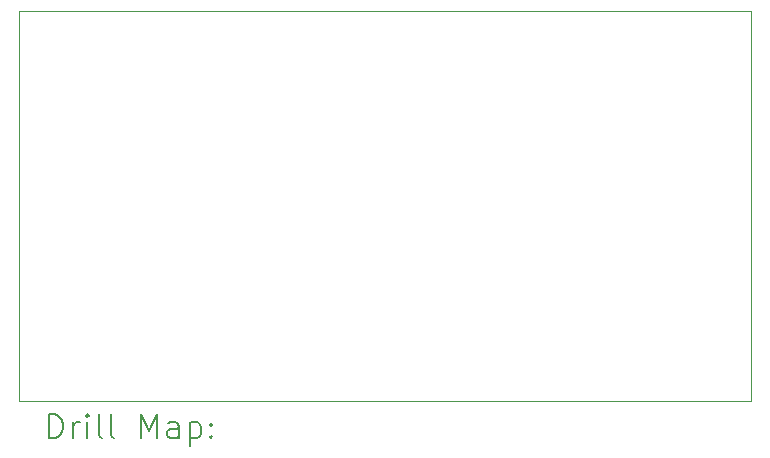
<source format=gbr>
%TF.GenerationSoftware,KiCad,Pcbnew,7.0.7*%
%TF.CreationDate,2023-09-29T07:28:52+02:00*%
%TF.ProjectId,shmoergh-dual-rail-psu,73686d6f-6572-4676-982d-6475616c2d72,rev?*%
%TF.SameCoordinates,Original*%
%TF.FileFunction,Drillmap*%
%TF.FilePolarity,Positive*%
%FSLAX45Y45*%
G04 Gerber Fmt 4.5, Leading zero omitted, Abs format (unit mm)*
G04 Created by KiCad (PCBNEW 7.0.7) date 2023-09-29 07:28:52*
%MOMM*%
%LPD*%
G01*
G04 APERTURE LIST*
%ADD10C,0.100000*%
%ADD11C,0.200000*%
G04 APERTURE END LIST*
D10*
X3600000Y-6200000D02*
X9800000Y-6200000D01*
X9800000Y-9500000D01*
X3600000Y-9500000D01*
X3600000Y-6200000D01*
D11*
X3855777Y-9816484D02*
X3855777Y-9616484D01*
X3855777Y-9616484D02*
X3903396Y-9616484D01*
X3903396Y-9616484D02*
X3931967Y-9626008D01*
X3931967Y-9626008D02*
X3951015Y-9645055D01*
X3951015Y-9645055D02*
X3960539Y-9664103D01*
X3960539Y-9664103D02*
X3970062Y-9702198D01*
X3970062Y-9702198D02*
X3970062Y-9730770D01*
X3970062Y-9730770D02*
X3960539Y-9768865D01*
X3960539Y-9768865D02*
X3951015Y-9787912D01*
X3951015Y-9787912D02*
X3931967Y-9806960D01*
X3931967Y-9806960D02*
X3903396Y-9816484D01*
X3903396Y-9816484D02*
X3855777Y-9816484D01*
X4055777Y-9816484D02*
X4055777Y-9683150D01*
X4055777Y-9721246D02*
X4065301Y-9702198D01*
X4065301Y-9702198D02*
X4074824Y-9692674D01*
X4074824Y-9692674D02*
X4093872Y-9683150D01*
X4093872Y-9683150D02*
X4112920Y-9683150D01*
X4179586Y-9816484D02*
X4179586Y-9683150D01*
X4179586Y-9616484D02*
X4170062Y-9626008D01*
X4170062Y-9626008D02*
X4179586Y-9635531D01*
X4179586Y-9635531D02*
X4189110Y-9626008D01*
X4189110Y-9626008D02*
X4179586Y-9616484D01*
X4179586Y-9616484D02*
X4179586Y-9635531D01*
X4303396Y-9816484D02*
X4284348Y-9806960D01*
X4284348Y-9806960D02*
X4274824Y-9787912D01*
X4274824Y-9787912D02*
X4274824Y-9616484D01*
X4408158Y-9816484D02*
X4389110Y-9806960D01*
X4389110Y-9806960D02*
X4379586Y-9787912D01*
X4379586Y-9787912D02*
X4379586Y-9616484D01*
X4636729Y-9816484D02*
X4636729Y-9616484D01*
X4636729Y-9616484D02*
X4703396Y-9759341D01*
X4703396Y-9759341D02*
X4770063Y-9616484D01*
X4770063Y-9616484D02*
X4770063Y-9816484D01*
X4951015Y-9816484D02*
X4951015Y-9711722D01*
X4951015Y-9711722D02*
X4941491Y-9692674D01*
X4941491Y-9692674D02*
X4922444Y-9683150D01*
X4922444Y-9683150D02*
X4884348Y-9683150D01*
X4884348Y-9683150D02*
X4865301Y-9692674D01*
X4951015Y-9806960D02*
X4931967Y-9816484D01*
X4931967Y-9816484D02*
X4884348Y-9816484D01*
X4884348Y-9816484D02*
X4865301Y-9806960D01*
X4865301Y-9806960D02*
X4855777Y-9787912D01*
X4855777Y-9787912D02*
X4855777Y-9768865D01*
X4855777Y-9768865D02*
X4865301Y-9749817D01*
X4865301Y-9749817D02*
X4884348Y-9740293D01*
X4884348Y-9740293D02*
X4931967Y-9740293D01*
X4931967Y-9740293D02*
X4951015Y-9730770D01*
X5046253Y-9683150D02*
X5046253Y-9883150D01*
X5046253Y-9692674D02*
X5065301Y-9683150D01*
X5065301Y-9683150D02*
X5103396Y-9683150D01*
X5103396Y-9683150D02*
X5122444Y-9692674D01*
X5122444Y-9692674D02*
X5131967Y-9702198D01*
X5131967Y-9702198D02*
X5141491Y-9721246D01*
X5141491Y-9721246D02*
X5141491Y-9778389D01*
X5141491Y-9778389D02*
X5131967Y-9797436D01*
X5131967Y-9797436D02*
X5122444Y-9806960D01*
X5122444Y-9806960D02*
X5103396Y-9816484D01*
X5103396Y-9816484D02*
X5065301Y-9816484D01*
X5065301Y-9816484D02*
X5046253Y-9806960D01*
X5227205Y-9797436D02*
X5236729Y-9806960D01*
X5236729Y-9806960D02*
X5227205Y-9816484D01*
X5227205Y-9816484D02*
X5217682Y-9806960D01*
X5217682Y-9806960D02*
X5227205Y-9797436D01*
X5227205Y-9797436D02*
X5227205Y-9816484D01*
X5227205Y-9692674D02*
X5236729Y-9702198D01*
X5236729Y-9702198D02*
X5227205Y-9711722D01*
X5227205Y-9711722D02*
X5217682Y-9702198D01*
X5217682Y-9702198D02*
X5227205Y-9692674D01*
X5227205Y-9692674D02*
X5227205Y-9711722D01*
M02*

</source>
